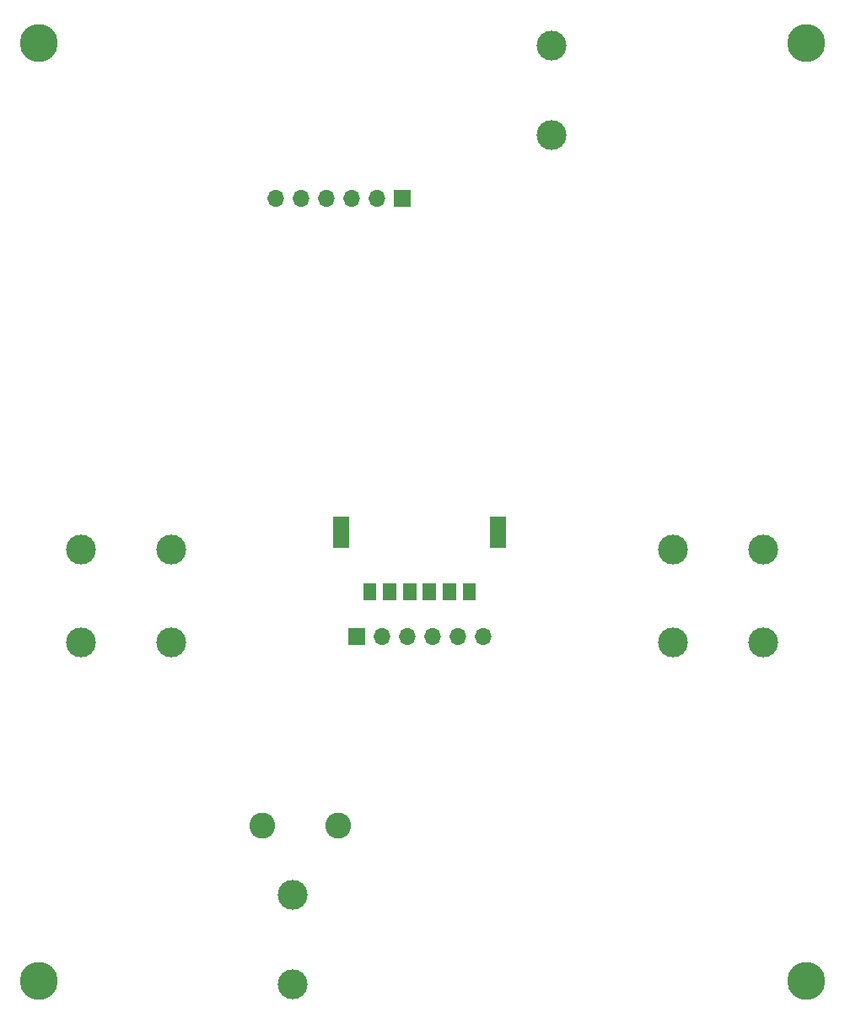
<source format=gbs>
G04 #@! TF.GenerationSoftware,KiCad,Pcbnew,(6.0.5)*
G04 #@! TF.CreationDate,2023-05-08T02:17:39-07:00*
G04 #@! TF.ProjectId,X_Y_Panels,585f595f-5061-46e6-956c-732e6b696361,rev?*
G04 #@! TF.SameCoordinates,Original*
G04 #@! TF.FileFunction,Soldermask,Bot*
G04 #@! TF.FilePolarity,Negative*
%FSLAX46Y46*%
G04 Gerber Fmt 4.6, Leading zero omitted, Abs format (unit mm)*
G04 Created by KiCad (PCBNEW (6.0.5)) date 2023-05-08 02:17:39*
%MOMM*%
%LPD*%
G01*
G04 APERTURE LIST*
%ADD10C,0.010000*%
%ADD11C,3.000000*%
%ADD12R,1.700000X1.700000*%
%ADD13O,1.700000X1.700000*%
%ADD14C,3.800000*%
%ADD15C,2.600000*%
G04 APERTURE END LIST*
G36*
X134806200Y-95481200D02*
G01*
X133303800Y-95481200D01*
X133303800Y-92428800D01*
X134806200Y-92428800D01*
X134806200Y-95481200D01*
G37*
D10*
X134806200Y-95481200D02*
X133303800Y-95481200D01*
X133303800Y-92428800D01*
X134806200Y-92428800D01*
X134806200Y-95481200D01*
G36*
X137576200Y-100731200D02*
G01*
X136323800Y-100731200D01*
X136323800Y-99128800D01*
X137576200Y-99128800D01*
X137576200Y-100731200D01*
G37*
X137576200Y-100731200D02*
X136323800Y-100731200D01*
X136323800Y-99128800D01*
X137576200Y-99128800D01*
X137576200Y-100731200D01*
G36*
X143576200Y-100731200D02*
G01*
X142323800Y-100731200D01*
X142323800Y-99128800D01*
X143576200Y-99128800D01*
X143576200Y-100731200D01*
G37*
X143576200Y-100731200D02*
X142323800Y-100731200D01*
X142323800Y-99128800D01*
X143576200Y-99128800D01*
X143576200Y-100731200D01*
G36*
X139576200Y-100731200D02*
G01*
X138323800Y-100731200D01*
X138323800Y-99128800D01*
X139576200Y-99128800D01*
X139576200Y-100731200D01*
G37*
X139576200Y-100731200D02*
X138323800Y-100731200D01*
X138323800Y-99128800D01*
X139576200Y-99128800D01*
X139576200Y-100731200D01*
G36*
X141576200Y-100731200D02*
G01*
X140323800Y-100731200D01*
X140323800Y-99128800D01*
X141576200Y-99128800D01*
X141576200Y-100731200D01*
G37*
X141576200Y-100731200D02*
X140323800Y-100731200D01*
X140323800Y-99128800D01*
X141576200Y-99128800D01*
X141576200Y-100731200D01*
G36*
X145576200Y-100731200D02*
G01*
X144323800Y-100731200D01*
X144323800Y-99128800D01*
X145576200Y-99128800D01*
X145576200Y-100731200D01*
G37*
X145576200Y-100731200D02*
X144323800Y-100731200D01*
X144323800Y-99128800D01*
X145576200Y-99128800D01*
X145576200Y-100731200D01*
G36*
X147576200Y-100731200D02*
G01*
X146323800Y-100731200D01*
X146323800Y-99128800D01*
X147576200Y-99128800D01*
X147576200Y-100731200D01*
G37*
X147576200Y-100731200D02*
X146323800Y-100731200D01*
X146323800Y-99128800D01*
X147576200Y-99128800D01*
X147576200Y-100731200D01*
G36*
X150596200Y-95481200D02*
G01*
X149093800Y-95481200D01*
X149093800Y-92428800D01*
X150596200Y-92428800D01*
X150596200Y-95481200D01*
G37*
X150596200Y-95481200D02*
X149093800Y-95481200D01*
X149093800Y-92428800D01*
X150596200Y-92428800D01*
X150596200Y-95481200D01*
D11*
X129240000Y-139374000D03*
X129240000Y-130374000D03*
D12*
X135680000Y-104520000D03*
D13*
X138220000Y-104520000D03*
X140760000Y-104520000D03*
X143300000Y-104520000D03*
X145840000Y-104520000D03*
X148380000Y-104520000D03*
D14*
X180792000Y-138997997D03*
D15*
X180792000Y-138997997D03*
D11*
X108022000Y-105058000D03*
X117022000Y-105058000D03*
D13*
X127592000Y-60497997D03*
X130132000Y-60497997D03*
X132672000Y-60497997D03*
X135212000Y-60497997D03*
X137752000Y-60497997D03*
D12*
X140292000Y-60497997D03*
D11*
X117022000Y-95752000D03*
X108022000Y-95752000D03*
X176458000Y-95758000D03*
X167458000Y-95758000D03*
D15*
X103792000Y-44997997D03*
D14*
X103792000Y-44997997D03*
D15*
X103792000Y-138997997D03*
D14*
X103792000Y-138997997D03*
D11*
X155260000Y-45210000D03*
X155260000Y-54210000D03*
D14*
X180792000Y-44997997D03*
D15*
X180792000Y-44997997D03*
X126238000Y-123444000D03*
X133858000Y-123444000D03*
D11*
X167458000Y-105066000D03*
X176458000Y-105066000D03*
M02*

</source>
